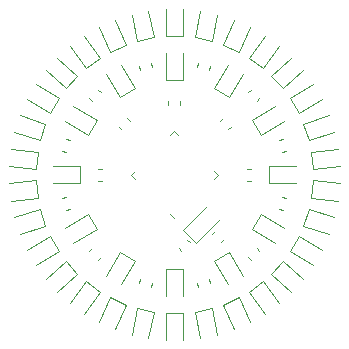
<source format=gto>
G04 #@! TF.GenerationSoftware,KiCad,Pcbnew,5.1.6*
G04 #@! TF.CreationDate,2020-08-26T14:56:34+02:00*
G04 #@! TF.ProjectId,AnalogWatch,416e616c-6f67-4576-9174-63682e6b6963,rev?*
G04 #@! TF.SameCoordinates,Original*
G04 #@! TF.FileFunction,Legend,Top*
G04 #@! TF.FilePolarity,Positive*
%FSLAX46Y46*%
G04 Gerber Fmt 4.6, Leading zero omitted, Abs format (unit mm)*
G04 Created by KiCad (PCBNEW 5.1.6) date 2020-08-26 14:56:34*
%MOMM*%
%LPD*%
G01*
G04 APERTURE LIST*
%ADD10C,0.120000*%
G04 APERTURE END LIST*
D10*
X104812229Y-95934020D02*
X104570020Y-96176229D01*
X104090980Y-95212771D02*
X103848771Y-95454980D01*
X100735000Y-114000000D02*
X100735000Y-111715000D01*
X100735000Y-111715000D02*
X99265000Y-111715000D01*
X99265000Y-111715000D02*
X99265000Y-114000000D01*
X113087664Y-94974736D02*
X110914500Y-95680840D01*
X110914500Y-95680840D02*
X111368755Y-97078893D01*
X111368755Y-97078893D02*
X113541919Y-96372789D01*
X110512987Y-94779029D02*
X112491855Y-93636529D01*
X109777987Y-93505971D02*
X110512987Y-94779029D01*
X111756855Y-92363471D02*
X109777987Y-93505971D01*
X109912217Y-90085960D02*
X108214131Y-91614924D01*
X108214131Y-91614924D02*
X109197753Y-92707346D01*
X109197753Y-92707346D02*
X110895839Y-91178383D01*
X107480531Y-90954388D02*
X108823621Y-89105785D01*
X106291276Y-90090344D02*
X107480531Y-90954388D01*
X107634366Y-88241740D02*
X106291276Y-90090344D01*
X105022857Y-86911412D02*
X104093464Y-88998864D01*
X104093464Y-88998864D02*
X105436376Y-89596766D01*
X105436376Y-89596766D02*
X106365769Y-87509315D01*
X103154624Y-88693816D02*
X103629702Y-86458749D01*
X101716747Y-88388186D02*
X103154624Y-88693816D01*
X102191825Y-86153119D02*
X101716747Y-88388186D01*
X100735000Y-88285000D02*
X100735000Y-86000000D01*
X99265000Y-88285000D02*
X100735000Y-88285000D01*
X99265000Y-86000000D02*
X99265000Y-88285000D01*
X96370298Y-86458749D02*
X96845376Y-88693816D01*
X96845376Y-88693816D02*
X98283253Y-88388186D01*
X98283253Y-88388186D02*
X97808175Y-86153119D01*
X95906536Y-88998864D02*
X94977143Y-86911412D01*
X94563624Y-89596766D02*
X95906536Y-88998864D01*
X93634231Y-87509315D02*
X94563624Y-89596766D01*
X103629702Y-113541251D02*
X103154624Y-111306184D01*
X103154624Y-111306184D02*
X101716747Y-111611814D01*
X101716747Y-111611814D02*
X102191825Y-113846881D01*
X104093464Y-111001136D02*
X105022857Y-113088588D01*
X105436376Y-110403234D02*
X104093464Y-111001136D01*
X106365769Y-112490685D02*
X105436376Y-110403234D01*
X108823621Y-110894215D02*
X107480531Y-109045612D01*
X107480531Y-109045612D02*
X106291276Y-109909656D01*
X106291276Y-109909656D02*
X107634366Y-111758260D01*
X108214131Y-108385076D02*
X109912217Y-109914040D01*
X109197753Y-107292654D02*
X108214131Y-108385076D01*
X110895839Y-108821617D02*
X109197753Y-107292654D01*
X112491855Y-106363471D02*
X110512987Y-105220971D01*
X110512987Y-105220971D02*
X109777987Y-106494029D01*
X109777987Y-106494029D02*
X111756855Y-107636529D01*
X110914500Y-104319160D02*
X113087664Y-105025264D01*
X111368755Y-102921107D02*
X110914500Y-104319160D01*
X113541919Y-103627211D02*
X111368755Y-102921107D01*
X111573996Y-101955525D02*
X113846478Y-102194372D01*
X111727652Y-100493578D02*
X111573996Y-101955525D01*
X114000135Y-100732425D02*
X111727652Y-100493578D01*
X111727652Y-99506422D02*
X114000135Y-99267575D01*
X111573996Y-98044475D02*
X111727652Y-99506422D01*
X113846478Y-97805628D02*
X111573996Y-98044475D01*
X86912336Y-105025264D02*
X89085500Y-104319160D01*
X89085500Y-104319160D02*
X88631245Y-102921107D01*
X88631245Y-102921107D02*
X86458081Y-103627211D01*
X89487013Y-105220971D02*
X87508145Y-106363471D01*
X90222013Y-106494029D02*
X89487013Y-105220971D01*
X88243145Y-107636529D02*
X90222013Y-106494029D01*
X90087783Y-109914040D02*
X91785869Y-108385076D01*
X91785869Y-108385076D02*
X90802247Y-107292654D01*
X90802247Y-107292654D02*
X89104161Y-108821617D01*
X92519469Y-109045612D02*
X91176379Y-110894215D01*
X93708724Y-109909656D02*
X92519469Y-109045612D01*
X92365634Y-111758260D02*
X93708724Y-109909656D01*
X94977143Y-113088588D02*
X95906536Y-111001136D01*
X95906536Y-111001136D02*
X94563624Y-110403234D01*
X94563624Y-110403234D02*
X93634231Y-112490685D01*
X97808175Y-113846881D02*
X98283253Y-111611814D01*
X98283253Y-111611814D02*
X96845376Y-111306184D01*
X96845376Y-111306184D02*
X96370298Y-113541251D01*
X93708724Y-90090344D02*
X92365634Y-88241740D01*
X92519469Y-90954388D02*
X93708724Y-90090344D01*
X91176379Y-89105785D02*
X92519469Y-90954388D01*
X89104161Y-91178383D02*
X90802247Y-92707346D01*
X90802247Y-92707346D02*
X91785869Y-91614924D01*
X91785869Y-91614924D02*
X90087783Y-90085960D01*
X90222013Y-93505971D02*
X88243145Y-92363471D01*
X89487013Y-94779029D02*
X90222013Y-93505971D01*
X87508145Y-93636529D02*
X89487013Y-94779029D01*
X86458081Y-96372789D02*
X88631245Y-97078893D01*
X88631245Y-97078893D02*
X89085500Y-95680840D01*
X89085500Y-95680840D02*
X86912336Y-94974736D01*
X85999865Y-99267575D02*
X88272348Y-99506422D01*
X88272348Y-99506422D02*
X88426004Y-98044475D01*
X88426004Y-98044475D02*
X86153522Y-97805628D01*
X88272348Y-100493578D02*
X85999865Y-100732425D01*
X88426004Y-101955525D02*
X88272348Y-100493578D01*
X86153522Y-102194372D02*
X88426004Y-101955525D01*
X107308693Y-96629029D02*
X109287561Y-95486529D01*
X106573693Y-95355971D02*
X107308693Y-96629029D01*
X108552561Y-94213471D02*
X106573693Y-95355971D01*
X104513471Y-90712439D02*
X103370971Y-92691307D01*
X103370971Y-92691307D02*
X104644029Y-93426307D01*
X104644029Y-93426307D02*
X105786529Y-91447439D01*
X99265000Y-89700000D02*
X99265000Y-91985000D01*
X99265000Y-91985000D02*
X100735000Y-91985000D01*
X100735000Y-91985000D02*
X100735000Y-89700000D01*
X103370971Y-107308693D02*
X104513471Y-109287561D01*
X104644029Y-106573693D02*
X103370971Y-107308693D01*
X105786529Y-108552561D02*
X104644029Y-106573693D01*
X109287561Y-104513471D02*
X107308693Y-103370971D01*
X107308693Y-103370971D02*
X106573693Y-104644029D01*
X106573693Y-104644029D02*
X108552561Y-105786529D01*
X110300000Y-99265000D02*
X108015000Y-99265000D01*
X108015000Y-99265000D02*
X108015000Y-100735000D01*
X108015000Y-100735000D02*
X110300000Y-100735000D01*
X91447439Y-105786529D02*
X93426307Y-104644029D01*
X93426307Y-104644029D02*
X92691307Y-103370971D01*
X92691307Y-103370971D02*
X90712439Y-104513471D01*
X95355971Y-106573693D02*
X94213471Y-108552561D01*
X96629029Y-107308693D02*
X95355971Y-106573693D01*
X95486529Y-109287561D02*
X96629029Y-107308693D01*
X100735000Y-110300000D02*
X100735000Y-108015000D01*
X100735000Y-108015000D02*
X99265000Y-108015000D01*
X99265000Y-108015000D02*
X99265000Y-110300000D01*
X94213471Y-91447439D02*
X95355971Y-93426307D01*
X95355971Y-93426307D02*
X96629029Y-92691307D01*
X96629029Y-92691307D02*
X95486529Y-90712439D01*
X93426307Y-95355971D02*
X91447439Y-94213471D01*
X92691307Y-96629029D02*
X93426307Y-95355971D01*
X90712439Y-95486529D02*
X92691307Y-96629029D01*
X91985000Y-99265000D02*
X89700000Y-99265000D01*
X91985000Y-100735000D02*
X91985000Y-99265000D01*
X89700000Y-100735000D02*
X91985000Y-100735000D01*
X97004270Y-90790271D02*
X97092924Y-91121134D01*
X97989514Y-90526276D02*
X98078168Y-90857139D01*
X102010486Y-90526276D02*
X101921832Y-90857139D01*
X102995730Y-90790271D02*
X102907076Y-91121134D01*
X107199243Y-93522006D02*
X106957034Y-93764215D01*
X106477994Y-92800757D02*
X106235785Y-93042966D01*
X109473724Y-97989514D02*
X109142861Y-98078168D01*
X109209729Y-97004270D02*
X108878866Y-97092924D01*
X106471267Y-99490000D02*
X106128733Y-99490000D01*
X106471267Y-100510000D02*
X106128733Y-100510000D01*
X109209729Y-102995730D02*
X108878866Y-102907076D01*
X109473724Y-102010486D02*
X109142861Y-101921832D01*
X107199243Y-106477994D02*
X106957034Y-106235785D01*
X106477994Y-107199243D02*
X106235785Y-106957034D01*
X102995730Y-109209729D02*
X102907076Y-108878866D01*
X102010486Y-109473724D02*
X101921832Y-109142861D01*
X93528733Y-99490000D02*
X93871267Y-99490000D01*
X93528733Y-100510000D02*
X93871267Y-100510000D01*
X97989514Y-109473724D02*
X98078168Y-109142861D01*
X97004270Y-109209729D02*
X97092924Y-108878866D01*
X92800757Y-106477994D02*
X93042966Y-106235785D01*
X93522006Y-107199243D02*
X93764215Y-106957034D01*
X90526276Y-102010486D02*
X90857139Y-101921832D01*
X90790271Y-102995730D02*
X91121134Y-102907076D01*
X95276271Y-95934020D02*
X95518480Y-96176229D01*
X95997520Y-95212771D02*
X96239729Y-95454980D01*
X90790271Y-97004270D02*
X91121134Y-97092924D01*
X90526276Y-97989514D02*
X90857139Y-98078168D01*
X92800757Y-93522006D02*
X93042966Y-93764215D01*
X93522006Y-92800757D02*
X93764215Y-93042966D01*
X100598480Y-106463229D02*
X100356271Y-106221020D01*
X101319729Y-105741980D02*
X101077520Y-105499771D01*
X103935020Y-105715229D02*
X104177229Y-105473020D01*
X103213771Y-104993980D02*
X103455980Y-104751771D01*
X99490000Y-93758733D02*
X99490000Y-94101267D01*
X100510000Y-93758733D02*
X100510000Y-94101267D01*
X99664124Y-103355222D02*
X100000000Y-103691097D01*
X100000000Y-96308903D02*
X99664124Y-96644778D01*
X100335876Y-96644778D02*
X100000000Y-96308903D01*
X103691097Y-100000000D02*
X103355222Y-100335876D01*
X103355222Y-99664124D02*
X103691097Y-100000000D01*
X96308903Y-100000000D02*
X96644778Y-99664124D01*
X96644778Y-100335876D02*
X96308903Y-100000000D01*
X102727417Y-102643212D02*
X100712162Y-104658467D01*
X100712162Y-104658467D02*
X101843533Y-105789838D01*
X101843533Y-105789838D02*
X103858788Y-103774583D01*
M02*

</source>
